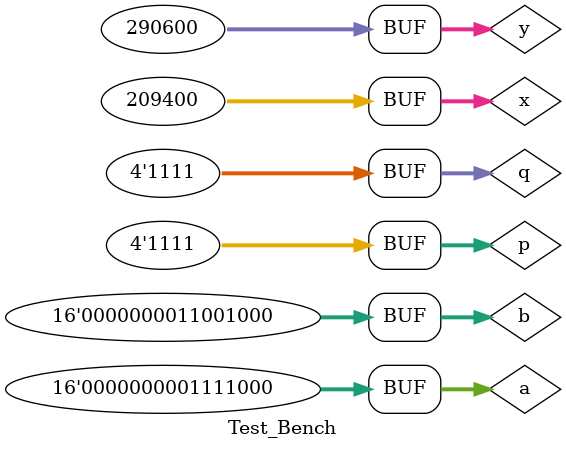
<source format=v>
`timescale 1ns / 1ps


module Test_Bench(
    );
    reg [3:0] q,p;
    wire [4:0] sum4;
    Carry_Look_Ahead_Adder #(4,1) cal4 (p,q,sum4);
    reg [15:0] a,b;
    wire [16:0] sum;
    Carry_Look_Ahead_Adder #(16,4) cal (a,b,sum);
    reg [31:0] x,y;
    wire [32:0] sum32;
    Carry_Look_Ahead_Adder #(32,8) cal32 (x,y,sum32);
    
    
    initial begin 
        p=4'd15;
        q=4'd15;
        a=16'd120;
        b=16'd100;
        x=32'd1_000_000;
        y=32'd3_000_000;
        #10
        p=4'd15;
        q=4'd15;
        a=16'd12;
        b=16'd0;
        x=32'd100_000_000;
        y=32'd6_000_000;
        #10
         p=4'd15;
        q=4'd15;
         a=16'd60;
        b=16'd30;
        x=32'd 10;
        y=32'd 5;
        #10
         p=4'd15;
        q=4'd15;
        a=16'd25;
        b=16'd25;
        x=32'd4_294_967_295;
        y=32'd4_294_967_295;
     
        #10
         p=4'd15;
        q=4'd15;
         a=16'd120;
         b=16'd200;
         x=32'd 209_400;
            y=32'd  290_600;
            
        
        
    end
endmodule

</source>
